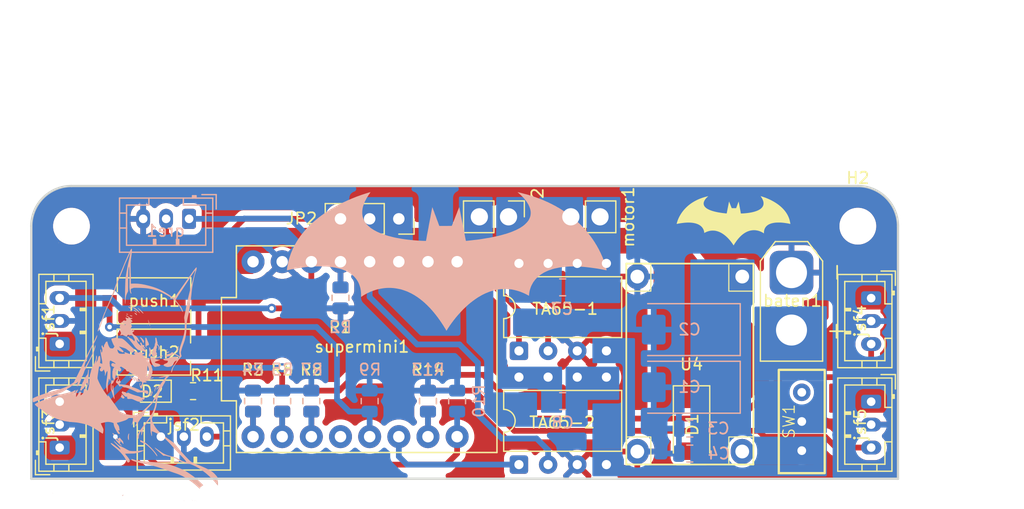
<source format=kicad_pcb>
(kicad_pcb (version 20241229) (generator "pcbnew") (generator_version "9.0")
  (layers (0 "F.Cu" signal) (4 "In1.Cu" signal) (6 "In2.Cu" signal) (2 "B.Cu" signal) (13 "F.Paste" user) (15 "B.Paste" user) (5 "F.SilkS" user "F.Silkscreen") (7 "B.SilkS" user "B.Silkscreen") (1 "F.Mask" user) (3 "B.Mask" user) (25 "Edge.Cuts" user))
  (net 0 "")
  (net 1 "GND")
  (net 2 "batV")
  (net 3 "Net-(motor1-Pin_2)")
  (net 4 "Net-(motor1-Pin_1)")
  (net 5 "Net-(motor2-Pin_1)")
  (net 6 "Net-(motor2-Pin_2)")
  (net 7 "+5V")
  (net 8 "Net-(D2-K)")
  (net 9 "pin0")
  (net 10 "Net-(JP2-A)")
  (net 11 "piso")
  (net 12 "Net-(jsf1-Pin_3)")
  (net 13 "Net-(jsf2-Pin_3)")
  (net 14 "Net-(jsf3-Pin_3)")
  (net 15 "Net-(jsf4-Pin_3)")
  (net 16 "Net-(jsf5-Pin_3)")
  (net 17 "+3V3")
  (net 18 "pin1")
  (net 19 "jsf1")
  (net 20 "jsf2")
  (net 21 "jsf3")
  (net 22 "jsf4")
  (net 23 "jsf5")
  (net 24 "Bmotor1")
  (net 25 "Bmotor2")
  (net 26 "Fmotor2")
  (net 28 "Fmotor1")
  (net 30 "Net-(SW1A-B)")
  (net 31 "Net-(D1-A)")
  (footprint "MixLib:MODULE_ESP32-C3_SUPERMINI" (layer "F.Cu") (at 372.7136 -75.2856 90)
    (property "Reference" "supermini1" (at 0.2144 -0.4136 180) (layer "F.SilkS"))
    (property "Value" "ESP32-C3_SUPERMINI")
    (pad "0" thru_hole circle (at 7.62 7.88 90) (size 2 2) (drill 1) (layers "F&B.Cu" "*.Mask") (net 28 "Fmotor1"))
    (pad "1" thru_hole circle (at 7.62 5.34 90) (size 2 2) (drill 1) (layers "F&B.Cu" "*.Mask") (net 24 "Bmotor1"))
    (pad "2" thru_hole circle (at 7.62 2.8 90) (size 2 2) (drill 1) (layers "F&B.Cu" "*.Mask") (net 10 "Net-(JP2-A)"))
    (pad "3" thru_hole circle (at 7.62 0.26 90) (size 2 2) (drill 1) (layers "F&B.Cu" "*.Mask") (net 26 "Fmotor2"))
    (pad "3.3" thru_hole circle (at 7.62 -4.82 90) (size 2 2) (drill 1) (layers "F&B.Cu" "*.Mask") (net 17 "+3V3"))
    (pad "4" thru_hole circle (at 7.62 -2.28 90) (size 2 2) (drill 1) (layers "F&B.Cu" "*.Mask") (net 19 "jsf1"))
    (pad "5" thru_hole circle (at -7.62 -9.9 90) (size 2 2) (drill 1) (layers "F&B.Cu" "*.Mask") (net 20 "jsf2"))
    (pad "5V" thru_hole circle (at 7.62 -9.9 90) (size 2 2) (drill 1) (layers "F&B.Cu" "*.Mask") (net 7 "+5V"))
    (pad "6" thru_hole circle (at -7.62 -7.36 90) (size 2 2) (drill 1) (layers "F&B.Cu" "*.Mask") (net 21 "jsf3"))
    (pad "7" thru_hole circle (at -7.62 -4.82 90) (size 2 2) (drill 1) (layers "F&B.Cu" "*.Mask") (net 22 "jsf4"))
    (pad "8" thru_hole circle (at -7.62 -2.28 90) (size 2 2) (drill 1) (layers "F&B.Cu" "*.Mask"))
    (pad "9" thru_hole circle (at -7.62 0.26 90) (size 2 2) (drill 1) (layers "F&B.Cu" "*.Mask") (net 18 "pin1"))
    (pad "10" thru_hole circle (at -7.62 2.8 90) (size 2 2) (drill 1) (layers "F&B.Cu" "*.Mask") (net 25 "Bmotor2"))
    (pad "20" thru_hole circle (at -7.62 5.34 90) (size 2 2) (drill 1) (layers "F&B.Cu" "*.Mask") (net 23 "jsf5"))
    (pad "21" thru_hole circle (at -7.62 7.88 90) (size 2 2) (drill 1) (layers "F&B.Cu" "*.Mask") (net 9 "pin0"))
    (pad "G" thru_hole circle (at 7.62 -7.36 90) (size 2 2) (drill 1) (layers "F&B.Cu" "*.Mask") (net 1 "GND"))
  )
  (footprint "Package_DIP:DIP-8_W7.62mm" (layer "F.Cu") (at 385.9784 -75.1382 90)
    (property "Reference" "TA65-1" (at 3.6618 4.0216 0) (layer "F.SilkS"))
    (property "Value" "TA6586")
    (pad "1" thru_hole roundrect (at 0 0 90) (size 1.6 1.6) (drill 0.8) (layers "F&B.Cu" "*.Mask") (roundrect_rratio 0.15625) (net 24 "Bmotor1"))
    (pad "2" thru_hole circle (at 0 2.54 90) (size 1.6 1.6) (drill 0.8) (layers "F&B.Cu" "*.Mask") (net 28 "Fmotor1"))
    (pad "3" thru_hole circle (at 0 5.08 90) (size 1.6 1.6) (drill 0.8) (layers "F&B.Cu" "*.Mask") (net 1 "GND"))
    (pad "4" thru_hole circle (at 0 7.62 90) (size 1.6 1.6) (drill 0.8) (layers "F&B.Cu" "*.Mask") (net 2 "batV"))
    (pad "5" thru_hole circle (at 7.62 7.62 90) (size 1.6 1.6) (drill 0.8) (layers "F&B.Cu" "*.Mask") (net 3 "Net-(motor1-Pin_2)"))
    (pad "6" thru_hole circle (at 7.62 5.08 90) (size 1.6 1.6) (drill 0.8) (layers "F&B.Cu" "*.Mask") (net 3 "Net-(motor1-Pin_2)"))
    (pad "7" thru_hole circle (at 7.62 2.54 90) (size 1.6 1.6) (drill 0.8) (layers "F&B.Cu" "*.Mask") (net 4 "Net-(motor1-Pin_1)"))
    (pad "8" thru_hole circle (at 7.62 0 90) (size 1.6 1.6) (drill 0.8) (layers "F&B.Cu" "*.Mask") (net 4 "Net-(motor1-Pin_1)"))
  )
  (footprint "MixLib:SW_Slide-03_P2.54_L9_W4_H7" (layer "F.Cu") (at 410.6164 -68.9864 90)
    (property "Reference" "SW1" (at 0.0136 -1.1164 90) (layer "F.SilkS") (effects (font (thickness 0.1))))
    (property "Value" "SW_DPDT_x2" (hide yes))
    (pad "1" thru_hole circle (at -2.54 0 90) (size 1.524 1.524) (drill 0.762) (layers "*.Cu" "*.Mask") (net 2 "batV"))
    (pad "2" thru_hole circle (at 0 0 90) (size 1.524 1.524) (drill 0.762) (layers "*.Cu" "*.Mask") (net 30 "Net-(SW1A-B)"))
    (pad "3" thru_hole circle (at 2.54 0 90) (size 1.524 1.524) (drill 0.762) (layers "*.Cu" "*.Mask"))
  )
  (footprint "Resistor_SMD:R_0805_2012Metric" (layer "F.Cu") (at 365.3536 -70.7663 -90)
    (property "Reference" "R6" (at -2.7337 0 180) (layer "F.SilkS"))
    (property "Value" "2k")
    (pad "1" smd roundrect (at -0.9125 0 270) (size 1.025 1.4) (layers "F.Cu" "F.Mask" "F.Paste") (roundrect_rratio 0.243902) (net 14 "Net-(jsf3-Pin_3)"))
    (pad "2" smd roundrect (at 0.9125 0 270) (size 1.025 1.4) (layers "F.Cu" "F.Mask" "F.Paste") (roundrect_rratio 0.243902) (net 21 "jsf3"))
  )
  (footprint "Connector_PinHeader_2.54mm:PinHeader_1x02_P2.54mm_Vertical" (layer "F.Cu") (at 385.069 -86.8172 -90)
    (property "Reference" "motor2" (at 0.1172 -2.531 90) (layer "F.SilkS"))
    (property "Value" "~")
    (pad "1" thru_hole circle (at 0 0 270) (size 2 2) (drill 1.5) (layers "*.Cu" "*.Mask") (net 5 "Net-(motor2-Pin_1)"))
    (pad "2" thru_hole circle (at 0 2.54 270) (size 2 2) (drill 1.5) (layers "*.Cu" "*.Mask") (net 6 "Net-(motor2-Pin_2)"))
  )
  (footprint "icon huellas:logobatmanchiquito" (layer "F.Cu") (at 404.6728 -86.4616)
    (property "Reference" "G***" (hide yes))
    (property "Value" "LOGO" (hide yes))
  )
  (footprint "Package_DIP:DIP-8_W7.62mm" (layer "F.Cu") (at 385.9784 -65.2322 90)
    (property "Reference" "TA65-2" (at 3.6678 3.7592 180) (layer "F.SilkS"))
    (property "Value" "TA6586")
    (pad "1" thru_hole roundrect (at 0 0 90) (size 1.6 1.6) (drill 0.8) (layers "F&B.Cu" "*.Mask") (roundrect_rratio 0.15625) (net 25 "Bmotor2"))
    (pad "2" thru_hole circle (at 0 2.54 90) (size 1.6 1.6) (drill 0.8) (layers "F&B.Cu" "*.Mask") (net 26 "Fmotor2"))
    (pad "3" thru_hole circle (at 0 5.08 90) (size 1.6 1.6) (drill 0.8) (layers "F&B.Cu" "*.Mask") (net 1 "GND"))
    (pad "4" thru_hole circle (at 0 7.62 90) (size 1.6 1.6) (drill 0.8) (layers "F&B.Cu" "*.Mask") (net 2 "batV"))
    (pad "5" thru_hole circle (at 7.62 7.62 90) (size 1.6 1.6) (drill 0.8) (layers "F&B.Cu" "*.Mask") (net 6 "Net-(motor2-Pin_2)"))
    (pad "6" thru_hole circle (at 7.62 5.08 90) (size 1.6 1.6) (drill 0.8) (layers "F&B.Cu" "*.Mask") (net 6 "Net-(motor2-Pin_2)"))
    (pad "7" thru_hole circle (at 7.62 2.54 90) (size 1.6 1.6) (drill 0.8) (layers "F&B.Cu" "*.Mask") (net 5 "Net-(motor2-Pin_1)"))
    (pad "8" thru_hole circle (at 7.62 0 90) (size 1.6 1.6) (drill 0.8) (layers "F&B.Cu" "*.Mask") (net 5 "Net-(motor2-Pin_1)"))
  )
  (footprint "Connector_AMASS:AMASS_XT30U-M_1x02_P5.0mm_Vertical" (layer "F.Cu") (at 409.722 -81.9518 -90)
    (property "Reference" "baten1" (at 2.4518 -0.078 180) (layer "F.SilkS"))
    (property "Value" "~")
    (fp_text user "+" (at 5.1016 -3.81 90) (layer "F.SilkS") (effects (font (size 1.5 1.5))))
    (fp_text user "-" (at -0.0292 -3.8608 90) (layer "F.SilkS") (effects (font (size 1.5 1.5))))
    (pad "1" thru_hole roundrect (at 0 0 270) (size 3.8 3.8) (drill 2.7) (layers "F&B.Cu" "*.Mask") (roundrect_rratio 0.2) (net 1 "GND"))
    (pad "2" thru_hole circle (at 5 0 270) (size 3.8 3.8) (drill 2.7) (layers "F&B.Cu" "*.Mask") (net 30 "Net-(SW1A-B)"))
  )
  (footprint "Resistor_SMD:R_0805_2012Metric" (layer "F.Cu") (at 378.0536 -70.7625 -90)
    (property "Reference" "R14" (at -2.7375 0 0) (layer "F.SilkS"))
    (property "Value" "2k")
    (pad "1" smd roundrect (at -0.9125 0 270) (size 1.025 1.4) (layers "F.Cu" "F.Mask" "F.Paste") (roundrect_rratio 0.243902) (net 16 "Net-(jsf5-Pin_3)"))
    (pad "2" smd roundrect (at 0.9125 0 270) (size 1.025 1.4) (layers "F.Cu" "F.Mask" "F.Paste") (roundrect_rratio 0.243902) (net 23 "jsf5"))
  )
  (footprint "MountingHole:MountingHole_3.2mm_M3" (layer "F.Cu") (at 347 -86)
    (property "Reference" "H1" (at 0.254 0 0) (layer "F.SilkS"))
    (property "Value" "MountingHole")
    (pad "" np_thru_hole circle (at 0 0) (size 3.2 3.2) (drill 3.2) (layers "*.Cu" "*.Mask"))
  )
  (footprint "Resistor_SMD:R_0805_2012Metric" (layer "F.Cu") (at 370.4336 -79.7579 90)
    (property "Reference" "R1" (at -2.5579 -0.0336 0) (layer "F.SilkS"))
    (property "Value" "1k")
    (pad "1" smd roundrect (at -0.9125 0 90) (size 1.025 1.4) (layers "F.Cu" "F.Mask" "F.Paste") (roundrect_rratio 0.243902) (net 12 "Net-(jsf1-Pin_3)"))
    (pad "2" smd roundrect (at 0.9125 0 90) (size 1.025 1.4) (layers "F.Cu" "F.Mask" "F.Paste") (roundrect_rratio 0.243902) (net 19 "jsf1"))
  )
  (footprint "Resistor_SMD:R_0805_2012Metric" (layer "F.Cu") (at 367.8936 -70.7625 -90)
    (property "Reference" "R8" (at -2.7375 0 180) (layer "F.SilkS"))
    (property "Value" "2k")
    (pad "1" smd roundrect (at -0.9125 0 270) (size 1.025 1.4) (layers "F.Cu" "F.Mask" "F.Paste") (roundrect_rratio 0.243902) (net 15 "Net-(jsf4-Pin_3)"))
    (pad "2" smd roundrect (at 0.9125 0 270) (size 1.025 1.4) (layers "F.Cu" "F.Mask" "F.Paste") (roundrect_rratio 0.243902) (net 22 "jsf4"))
  )
  (footprint "MixLib:Mini360_step-down" (layer "F.Cu") (at 400.8608 -73.9902 -90)
    (property "Reference" "U4" (at 0.0254 -0.1544 180) (layer "F.SilkS"))
    (property "Value" "mini360")
    (pad "1" thru_hole oval (at -7.62 -4.57 270) (size 2.2 2) (drill 1.2) (layers "F&B.Cu" "*.Mask") (net 2 "batV"))
    (pad "2" thru_hole oval (at -7.62 4.57 270) (size 2.2 2) (drill 1.2) (layers "F&B.Cu" "*.Mask") (net 1 "GND"))
    (pad "2" thru_hole oval (at 7.62 4.57 270) (size 2.2 2) (drill 1.2) (layers "F&B.Cu" "*.Mask") (net 1 "GND"))
    (pad "3" thru_hole oval (at 7.62 -4.57 270) (size 2.2 2) (drill 1.2) (layers "F&B.Cu" "*.Mask") (net 31 "Net-(D1-A)"))
  )
  (footprint "Connector_PinSocket_2.54mm:PinSocket_1x03_P2.54mm_Vertical" (layer "F.Cu") (at 375.5136 -86.6398 -90)
    (property "Reference" "JP2" (at -0.025 8.4836 180) (layer "F.SilkS"))
    (property "Value" "~")
    (pad "1" thru_hole rect (at 0 0 270) (size 1.7 1.7) (drill 1) (layers "F&B.Cu" "*.Mask") (net 10 "Net-(JP2-A)"))
    (pad "2" thru_hole circle (at 0 2.54 270) (size 1.7 1.7) (drill 1) (layers "F&B.Cu" "*.Mask") (net 10 "Net-(JP2-A)"))
    (pad "3" thru_hole circle (at 0 5.08 270) (size 1.7 1.7) (drill 1) (layers "F&B.Cu" "*.Mask") (net 11 "piso"))
  )
  (footprint "Connector_PinHeader_2.54mm:PinHeader_1x02_P2.54mm_Vertical" (layer "F.Cu") (at 390.4996 -86.8172 90)
    (property "Reference" "motor1" (at -0.0172 5.0004 90) (layer "F.SilkS"))
    (property "Value" "~")
    (pad "1" thru_hole circle (at 0 0 90) (size 2 2) (drill 1.5) (layers "*.Cu" "*.Mask") (net 4 "Net-(motor1-Pin_1)"))
    (pad "2" thru_hole circle (at 0 2.54 90) (size 2 2) (drill 1.5) (layers "*.Cu" "*.Mask") (net 3 "Net-(motor1-Pin_2)"))
  )
  (footprint "Diode_SMD:D_2010_5025Metric_Pad1.52x2.65mm_HandSolder" (layer "F.Cu") (at 401.0152 -68.7331 -90)
    (property "Reference" "D1" (at 0.0167 -0.0708 90) (layer "F.SilkS"))
    (property "Value" "~")
    (pad "1" smd roundrect (at -2.3375 0 270) (size 1.525 2.65) (layers "F.Cu" "F.Mask" "F.Paste") (roundrect_rratio 0.163934) (net 7 "+5V"))
    (pad "2" smd roundrect (at 2.3375 0 270) (size 1.525 2.65) (layers "F.Cu" "F.Mask" "F.Paste") (roundrect_rratio 0.163934) (net 31 "Net-(D1-A)"))
  )
  (footprint "LED_SMD:LED_0805_2012Metric" (layer "F.Cu") (at 354.0021 -71.628 180)
    (property "Reference" "D2" (at -0.0231 -0.028 180) (layer "F.SilkS"))
    (property "Value" "LED")
    (pad "1" smd roundrect (at -0.9375 0 180) (size 0.975 1.4) (layers "F.Cu" "F.Mask" "F.Paste") (net 8 "Net-(D2-K)"))
    (pad "2" smd roundrect (at 0.9375 0 180) (size 0.975 1.4) (layers "F.Cu" "F.Mask" "F.Paste") (net 9 "pin0"))
  )
  (footprint "Button_Switch_SMD:SW_Tactile_SPST_NO_Straight_CK_PTS636Sx25SMTRLFS" (layer "F.Cu") (at 354.1918 -79.502 180)
    (property "Reference" "push1" (at -0.0224 -0.002 0) (layer "F.SilkS"))
    (property "Value" "~")
    (pad "1" smd rect (at -3.875 0 180) (size 1.25 1) (layers "F.Cu" "F.Mask" "F.Paste") (net 17 "+3V3"))
    (pad "2" smd rect (at 3.875 0 180) (size 1.25 1) (layers "F.Cu" "F.Mask" "F.Paste") (net 18 "pin1"))
  )
  (footprint "Resistor_SMD:R_0805_2012Metric" (layer "F.Cu") (at 357.5904 -71.628)
    (property "Reference" "R11" (at 1.21 -1.3716 0) (layer "F.SilkS"))
    (property "Value" "220")
    (pad "1" smd roundrect (at -0.9125 0) (size 1.025 1.4) (layers "F.Cu" "F.Mask" "F.Paste") (roundrect_rratio 0.243902) (net 8 "Net-(D2-K)"))
    (pad "2" smd roundrect (at 0.9125 0) (size 1.025 1.4) (layers "F.Cu" "F.Mask" "F.Paste") (roundrect_rratio 0.243902) (net 1 "GND"))
  )
  (footprint "MountingHole:MountingHole_3.2mm_M3" (layer "F.Cu") (at 415.5 -86)
    (property "Reference" "H2" (at 0 -4.2 0) (layer "F.SilkS"))
    (property "Value" "MountingHole")
    (pad "" np_thru_hole circle (at 0 0) (size 3.2 3.2) (drill 3.2) (layers "*.Cu" "*.Mask"))
  )
  (footprint "Connector_JST:JST_PH_B3B-PH-K_1x03_P2.00mm_Vertical" (layer "F.Cu") (at 416.6616 -79.7326 -90)
    (property "Reference" "jsf4" (at 2 0.9616 90) (layer "F.SilkS"))
    (property "Value" "~")
    (pad "1" thru_hole roundrect (at 0 0 270) (size 1.2 1.75) (drill 0.75) (layers "*.Cu" "*.Mask") (roundrect_rratio 0.208333) (net 7 "+5V"))
    (pad "2" thru_hole oval (at 2 0 270) (size 1.2 1.75) (drill 0.75) (layers "*.Cu" "*.Mask") (net 1 "GND"))
    (pad "3" thru_hole oval (at 4 0 270) (size 1.2 1.75) (drill 0.75) (layers "*.Cu" "*.Mask") (net 15 "Net-(jsf4-Pin_3)"))
  )
  (footprint "Connector_JST:JST_PH_B3B-PH-K_1x03_P2.00mm_Vertical" (layer "F.Cu") (at 354.7872 -67.6656)
    (property "Reference" "jsf2" (at 2 -1.0344 0) (layer "F.SilkS"))
    (property "Value" "~")
    (pad "1" thru_hole roundrect (at 0 0) (size 1.2 1.75) (drill 0.75) (layers "*.Cu" "*.Mask") (roundrect_rratio 0.208333) (net 7 "+5V"))
    (pad "2" thru_hole oval (at 2 0) (size 1.2 1.75) (drill 0.75) (layers "*.Cu" "*.Mask") (net 1 "GND"))
    (pad "3" thru_hole oval (at 4 0) (size 1.2 1.75) (drill 0.75) (layers "*.Cu" "*.Mask") (net 13 "Net-(jsf2-Pin_3)"))
  )
  (footprint "Connector_JST:JST_PH_B3B-PH-K_1x03_P2.00mm_Vertical" (layer "F.Cu") (at 416.6616 -70.7136 -90)
    (property "Reference" "jsf5" (at 2 0.9616 90) (layer "F.SilkS"))
    (property "Value" "~")
    (pad "1" thru_hole roundrect (at 0 0 270) (size 1.2 1.75) (drill 0.75) (layers "*.Cu" "*.Mask") (roundrect_rratio 0.208333) (net 7 "+5V"))
    (pad "2" thru_hole oval (at 2 0 270) (size 1.2 1.75) (drill 0.75) (layers "*.Cu" "*.Mask") (net 1 "GND"))
    (pad "3" thru_hole oval (at 4 0 270) (size 1.2 1.75) (drill 0.75) (layers "*.Cu" "*.Mask") (net 16 "Net-(jsf5-Pin_3)"))
  )
  (footprint "Button_Switch_SMD:SW_Tactile_SPST_NO_Straight_CK_PTS636Sx25SMTRLFS" (layer "F.Cu") (at 354.175 -75.0316 180)
    (property "Reference" "push2" (at 0 -0.0316 0) (layer "F.SilkS"))
    (property "Value" "~")
    (pad "1" smd rect (at -3.875 0 180) (size 1.25 1) (layers "F.Cu" "F.Mask" "F.Paste") (net 17 "+3V3"))
    (pad "2" smd rect (at 3.875 0 180) (size 1.25 1) (layers "F.Cu" "F.Mask" "F.Paste") (net 9 "pin0"))
  )
  (footprint "Resistor_SMD:R_0805_2012Metric" (layer "F.Cu") (at 362.8136 -70.7625 -90)
    (property "Reference" "R3" (at -2.7375 0 0) (layer "F.SilkS"))
    (property "Value" "1k")
    (pad "1" smd roundrect (at -0.9125 0 270) (size 1.025 1.4) (layers "F.Cu" "F.Mask" "F.Paste") (roundrect_rratio 0.243902) (net 13 "Net-(jsf2-Pin_3)"))
    (pad "2" smd roundrect (at 0.9125 0 270) (size 1.025 1.4) (layers "F.Cu" "F.Mask" "F.Paste") (roundrect_rratio 0.243902) (net 20 "jsf2"))
  )
  (footprint "Connector_JST:JST_PH_B3B-PH-K_1x03_P2.00mm_Vertical" (layer "F.Cu") (at 345.968 -75.744971 90)
    (property "Reference" "jsf1" (at 2.055029 -0.968 90) (layer "F.SilkS"))
    (property "Value" "~")
    (pad "1" thru_hole roundrect (at 0 0 90) (size 1.2 1.75) (drill 0.75) (layers "*.Cu" "*.Mask") (roundrect_rratio 0.208333) (net 7 "+5V"))
    (pad "2" thru_hole oval (at 2 0 90) (size 1.2 1.75) (drill 0.75) (layers "*.Cu" "*.Mask") (net 1 "GND"))
    (pad "3" thru_hole oval (at 4 0 90) (size 1.2 1.75) (drill 0.75) (layers "*.Cu" "*.Mask") (net 12 "Net-(jsf1-Pin_3)"))
  )
  (footprint "Connector_JST:JST_PH_B3B-PH-K_1x03_P2.00mm_Vertical" (layer "F.Cu") (at 345.968 -66.7136 90)
    (property "Reference" "jsf3" (at 2 -0.968 90) (layer "F.SilkS"))
    (property "Value" "~")
    (pad "1" thru_hole roundrect (at 0 0 90) (size 1.2 1.75) (drill 0.75) (layers "*.Cu" "*.Mask") (roundrect_rratio 0.208333) (net 7 "+5V"))
    (pad "2" thru_hole oval (at 2 0 90) (size 1.2 1.75) (drill 0.75) (layers "*.Cu" "*.Mask") (net 1 "GND"))
    (pad "3" thru_hole oval (at 4 0 90) (size 1.2 1.75) (drill 0.75) (layers "*.Cu" "*.Mask") (net 14 "Net-(jsf3-Pin_3)"))
  )
  (footprint "icon huellas:logobatmandefini" (layer "B.Cu") (at 379.6792 -82.9056 180)
    (property "Reference" "G***" (at 0 0 0) (layer "B.SilkS") (effects (font (size 1.5 1.5) (thickness 0.3)) (justify mirror)))
    (property "Value" "LOGO" (hide yes))
  )
  (footprint "Resistor_SMD:R_0805_2012Metric" (layer "B.Cu") (at 372.9736 -70.7625 90)
    (property "Reference" "R9" (at 2.7375 0.0264 180) (layer "B.SilkS") (effects (justify mirror)))
    (property "Value" "10k")
    (pad "1" smd roundrect (at -0.9125 0 90) (size 1.025 1.4) (layers "B.Cu" "B.Mask" "B.Paste") (roundrect_rratio 0.243902) (net 18 "pin1"))
    (pad "2" smd roundrect (at 0.9125 0 90) (size 1.025 1.4) (layers "B.Cu" "B.Mask" "B.Paste") (roundrect_rratio 0.243902) (net 1 "GND"))
  )
  (footprint "Resistor_SMD:R_0805_2012Metric" (layer "B.Cu") (at 380.5936 -70.7625 90)
    (property "Reference" "R10" (at 0.0019 1.9064 90) (layer "B.SilkS") (effects (justify mirror)))
    (property "Value" "10k")
    (pad "1" smd roundrect (at -0.9125 0 90) (size 1.025 1.4) (layers "B.Cu" "B.Mask" "B.Paste") (roundrect_rratio 0.243902) (net 9 "pin0"))
    (pad "2" smd roundrect (at 0.9125 0 90) (size 1.025 1.4) (layers "B.Cu" "B.Mask" "B.Paste") (roundrect_rratio 0.243902) (net 1 "GND"))
  )
  (footprint "Capacitor_SMD:C_0805_2012Metric" (layer "B.Cu") (at 400.8608 -68.3716)
    (property "Reference" "C3" (at 2.4912 -0.0052 180) (layer "B.SilkS") (effects (justify mirror)))
    (property "Value" "104")
    (pad "1" smd roundrect (at -0.95 0) (size 1 1.45) (layers "B.Cu" "B.Mask" "B.Paste") (net 1 "GND"))
    (pad "2" smd roundrect (at 0.95 0) (size 1 1.45) (layers "B.Cu" "B.Mask" "B.Paste") (net 2 "batV"))
  )
  (footprint "icon huellas:batman costado chico" (layer "B.Cu") (at 351.7196 -73.3188 180)
    (property "Reference" "G***" (at 0 0 0) (layer "B.SilkS") (effects (font (size 1.5 1.5) (thickness 0.3)) (justify mirror)))
    (property "Value" "LOGO" (hide yes))
  )
  (footprint "Connector_JST:JST_PH_B3B-PH-K_1x03_P2.00mm_Vertical" (layer "B.Cu") (at 357.2444 -86.6398 180)
    (property "Reference" "qre1" (at 2.0444 -1.0398 180) (layer "B.SilkS") (effects (justify mirror)))
    (property "Value" "~")
    (pad "1" thru_hole roundrect (at 0 0 180) (size 1.2 1.75) (drill 0.75) (layers "*.Cu" "*.Mask") (roundrect_rratio 0.208333) (net 17 "+3V3"))
    (pad "2" thru_hole oval (at 2 0 180) (size 1.2 1.75) (drill 0.75) (layers "*.Cu" "*.Mask") (net 11 "piso"))
    (pad "3" thru_hole oval (at 4 0 180) (size 1.2 1.75) (drill 0.75) (layers "*.Cu" "*.Mask") (net 1 "GND"))
  )
  (footprint "Resistor_SMD:R_0805_2012Metric" (layer "B.Cu") (at 362.8136 -70.7625 90)
    (property "Reference" "R4" (at 2.7375 0 180) (layer "B.SilkS") (effects (justify mirror)))
    (property "Value" "2k")
    (pad "1" smd roundrect (at -0.9125 0 90) (size 1.025 1.4) (layers "B.Cu" "B.Mask" "B.Paste") (roundrect_rratio 0.243902) (net 20 "jsf2"))
    (pad "2" smd roundrect (at 0.9125 0 90) (size 1.025 1.4) (layers "B.Cu" "B.Mask" "B.Paste") (roundrect_rratio 0.243902) (net 1 "GND"))
  )
  (footprint "Capacitor_SMD:C_0805_2012Metric" (layer "B.Cu") (at 400.8608 -66.1924)
    (property "Reference" "C4" (at 2.542 0 180) (layer "B.SilkS") (effects (justify mirror)))
    (property "Value" "104")
    (pad "1" smd roundrect (at -0.95 0) (size 1 1.45) (layers "B.Cu" "B.Mask" "B.Paste") (net 1 "GND"))
    (pad "2" smd roundrect (at 0.95 0) (size 1 1.45) (layers "B.Cu" "B.Mask" "B.Paste") (net 2 "batV"))
  )
  (footprint "Resistor_SMD:R_0805_2012Metric" (layer "B.Cu") (at 367.8936 -70.7625 90)
    (property "Reference" "R7" (at 2.7375 0.0508 0) (layer "B.SilkS") (effects (justify mirror)))
    (property "Value" "1k")
    (pad "1" smd roundrect (at -0.9125 0 90) (size 1.025 1.4) (layers "B.Cu" "B.Mask" "B.Paste") (roundrect_rratio 0.243902) (net 22 "jsf4"))
    (pad "2" smd roundrect (at 0.9125 0 90) (size 1.025 1.4) (layers "B.Cu" "B.Mask" "B.Paste") (roundrect_rratio 0.243902) (net 1 "GND"))
  )
  (footprint "Capacitor_Tantalum_SMD:CP_EIA-7343-43_Kemet-X" (layer "B.Cu") (at 400.8408 -76.99 180)
    (property "Reference" "C2" (at 0 0.01 0) (layer "B.SilkS") (effects (justify mirror)))
    (property "Value" "470uF")
    (pad "1" smd roundrect (at -3.12 0 180) (size 2.07 2.59) (layers "B.Cu" "B.Mask" "B.Paste") (roundrect_rratio 0.120773) (net 2 "batV"))
    (pad "2" smd roundrect (at 3.12 0 180) (size 2.07 2.59) (layers "B.Cu" "B.Mask" "B.Paste") (roundrect_rratio 0.120773) (net 1 "GND"))
  )
  (footprint "Resistor_SMD:R_0805_2012Metric" (layer "B.Cu") (at 365.3536 -70.7625 90)
    (property "Reference" "R5" (at 2.7375 0 180) (layer "B.SilkS") (effects (justify mirror)))
    (property "Value" "1k")
    (pad "1" smd roundrect (at -0.9125 0 90) (size 1.025 1.4) (layers "B.Cu" "B.Mask" "B.Paste") (roundrect_rratio 0.243902) (net 21 "jsf3"))
    (pad "2" smd roundrect (at 0.9125 0 90) (size 1.025 1.4) (layers "B.Cu" "B.Mask" "B.Paste") (roundrect_rratio 0.243902) (net 1 "GND"))
  )
  (footprint "Capacitor_SMD:C_0805_2012Metric" (layer "B.Cu") (at 389.7884 -70.7644)
    (property "Reference" "C8" (at 0 1.8796 0) (layer "B.SilkS") (effects (justify mirror)))
    (property "Value" "104")
    (pad "1" smd roundrect (at -0.95 0) (size 1 1.45) (layers "B.Cu" "B.Mask" "B.Paste") (net 5 "Net-(motor2-Pin_1)"))
    (pad "2" smd roundrect (at 0.95 0) (size 1 1.45) (layers "B.Cu" "B.Mask" "B.Paste") (net 6 "Net-(motor2-Pin_2)"))
  )
  (footprint "Resistor_SMD:R_0805_2012Metric" (layer "B.Cu") (at 378.0536 -70.7625 90)
    (property "Reference" "R13" (at 2.7375 0 0) (layer "B.SilkS") (effects (justify mirror)))
    (property "Value" "1k")
    (pad "1" smd roundrect (at -0.9125 0 90) (size 1.025 1.4) (layers "B.Cu" "B.Mask" "B.Paste") (roundrect_rratio 0.243902) (net 23 "jsf5"))
    (pad "2" smd roundrect (at 0.9125 0 90) (size 1.025 1.4) (layers "B.Cu" "B.Mask" "B.Paste") (roundrect_rratio 0.243902) (net 1 "GND"))
  )
  (footprint "Resistor_SMD:R_0805_2012Metric" (layer "B.Cu") (at 370.4336 -79.7579 -90)
    (property "Reference" "R2" (at 2.5419 0 0) (layer "B.SilkS") (effects (justify mirror)))
    (property "Value" "2k")
    (pad "1" smd roundrect (at -0.9125 0 270) (size 1.025 1.4) (layers "B.Cu" "B.Mask" "B.Paste") (roundrect_rratio 0.243902) (net 19 "jsf1"))
    (pad "2" smd roundrect (at 0.9125 0 270) (size 1.025 1.4) (layers "B.Cu" "B.Mask" "B.Paste") (roundrect_rratio 0.243902) (net 1 "GND"))
  )
  (footprint "Capacitor_Tantalum_SMD:CP_EIA-7343-43_Kemet-X" (layer "B.Cu") (at 400.8408 -71.9708 180)
    (property "Reference" "C1" (at 0 0.0292 0) (layer "B.SilkS") (effects (justify mirror)))
    (property "Value" "470uF")
    (pad "1" smd roundrect (at -3.12 0 180) (size 2.07 2.59) (layers "B.Cu" "B.Mask" "B.Paste") (roundrect_rratio 0.120773) (net 2 "batV"))
    (pad "2" smd roundrect (at 3.12 0 180) (size 2.07 2.59) (layers "B.Cu" "B.Mask" "B.Paste") (roundrect_rratio 0.120773) (net 1 "GND"))
  )
  (footprint "Capacitor_SMD:C_0805_2012Metric" (layer "B.Cu") (at 389.7884 -80.6704)
    (property "Reference" "C7" (at -0.0508 1.8796 0) (layer "B.SilkS") (effects (justify mirror)))
    (property "Value" "104")
    (pad "1" smd roundrect (at -0.95 0) (size 1 1.45) (layers "B.Cu" "B.Mask" "B.Paste") (net 4 "Net-(motor1-Pin_1)"))
    (pad "2" smd roundrect (at 0.95 0) (size 1 1.45) (layers "B.Cu" "B.Mask" "B.Paste") (net 3 "Net-(motor1-Pin_2)"))
  )
  (gr_line (start 343.5 -64) (end 419 -64) (stroke (width 0.2)) (layer "Edge.Cuts"))
  (gr_line (start 343.5 -64) (end 343.5 -86) (stroke (width 0.2)) (layer "Edge.Cuts"))
  (gr_line (start 415.5 -89.5) (end 347 -89.5) (stroke (width 0.2)) (layer "Edge.Cuts"))
  (gr_arc (start 415.5 -89.5) (mid 417.974874 -88.474874) (end 419 -86) (stroke (width 0.2)) (layer "Edge.Cuts"))
  (gr_line (start 419 -86) (end 419 -64) (stroke (width 0.2)) (layer "Edge.Cuts"))
  (gr_arc (start 343.5 -86) (mid 344.525126 -88.474874) (end 347 -89.5) (stroke (width 0.2)) (layer "Edge.Cuts"))
  (via (at 350.8248 -67.6656) (size 0.8) (drill 0.4) (layers "F.Cu" "B.Cu") (net 7))
  (segment (start 354.9396 -71.628) (end 356.6779 -71.628) (width 0.5) (layer "F.Cu") (net 8))
  (segment (start 379.6284 -65.2272) (end 354.39 -65.2272) (width 0.5) (layer "F.Cu") (net 9))
  (segment (start 380.5936 -66.1924) (end 379.6284 -65.2272) (width 0.5) (layer "F.Cu") (net 9))
  (segment (start 353.0646 -66.5526) (end 353.0646 -71.628) (width 0.5) (layer "F.Cu") (net 9))
  (segment (start 353.0646 -74.011) (end 352.044 -75.0316) (width 0.5) (layer "F.Cu") (net 9))
  (segment (start 380.5936 -67.6656) (end 380.5936 -66.1924) (width 0.5) (layer "F.Cu") (net 9))
  (segment (start 353.0646 -71.628) (end 353.0646 -74.011) (width 0.5) (layer "F.Cu") (net 9))
  (segment (start 352.044 -75.0316) (end 350.3392 -75.0316) (width 0.5) (layer "F.Cu") (net 9))
  (segment (start 354.39 -65.2272) (end 353.0646 -66.5526) (width 0.5) (layer "F.Cu") (net 9))
  (segment (start 380.5936 -67.6656) (end 380.5936 -69.85) (width 0.5) (layer "B.Cu") (net 9))
  (segment (start 355.2444 -85.344) (end 355.2444 -86.6398) (width 0.5) (layer "F.Cu") (net 11))
  (segment (start 370.4336 -86.6398) (end 362.0266 -86.6398) (width 0.5) (layer "F.Cu") (net 11))
  (segment (start 356.0572 -84.5312) (end 355.2444 -85.344) (width 0.5) (layer "F.Cu") (net 11))
  (segment (start 359.918 -84.5312) (end 356.0572 -84.5312) (width 0.5) (layer "F.Cu") (net 11))
  (segment (start 362.0266 -86.6398) (end 359.918 -84.5312) (width 0.5) (layer "F.Cu") (net 11))
  (segment (start 368.3546 -78.8454) (end 370.4336 -78.8454) (width 0.5) (layer "F.Cu") (net 12))
  (segment (start 364.4392 -78.8416) (end 368.3508 -78.8416) (width 0.5) (layer "F.Cu") (net 12))
  (segment (start 368.3508 -78.8416) (end 368.3546 -78.8454) (width 0.5) (layer "F.Cu") (net 12))
  (via (at 364.4392 -78.8416) (size 0.8) (drill 0.4) (layers "F.Cu" "B.Cu") (net 12))
  (segment (start 351.2584 -78.8416) (end 350.355029 -79.744971) (width 0.5) (layer "B.Cu") (net 12))
  (segment (start 364.4392 -78.8416) (end 351.2584 -78.8416) (width 0.5) (layer "B.Cu") (net 12))
  (segment (start 350.355029 -79.744971) (end 345.968 -79.744971) (width 0.5) (layer "B.Cu") (net 12))
  (segment (start 360.7816 -68.3768) (end 360.7816 -70.993) (width 0.5) (layer "F.Cu") (net 13))
  (segment (start 361.4636 -71.675) (end 362.8136 -71.675) (width 0.5) (layer "F.Cu") (net 13))
  (segment (start 360.0704 -67.6656) (end 360.7816 -68.3768) (width 0.5) (layer "F.Cu") (net 13))
  (segment (start 360.7816 -70.993) (end 361.4636 -71.675) (width 0.5) (layer "F.Cu") (net 13))
  (segment (start 358.7872 -67.6656) (end 360.0704 -67.6656) (width 0.5) (layer "F.Cu") (net 13))
  (segment (start 365.3536 -73.66) (end 365.3536 -71.6788) (width 0.5) (layer "F.Cu") (net 14))
  (via (at 365.3536 -73.66) (size 0.8) (drill 0.4) (layers "F.Cu" "B.Cu") (net 14))
  (segment (start 349.8596 -70.7136) (end 352.806 -73.66) (width 0.5) (layer "B.Cu") (net 14))
  (segment (start 352.806 -73.66) (end 365.3536 -73.66) (width 0.5) (layer "B.Cu") (net 14))
  (segment (start 345.968 -70.7136) (end 349.8596 -70.7136) (width 0.5) (layer "B.Cu") (net 14))
  (segment (start 408.8384 -72.8472) (end 415.036 -72.8472) (width 0.5) (layer "F.Cu") (net 15))
  (segment (start 370.3282 -71.675) (end 371.7036 -73.0504) (width 0.5) (layer "F.Cu") (net 15))
  (segment (start 416.6616 -74.4728) (end 416.6616 -75.7326) (width 0.5) (layer "F.Cu") (net 15))
  (segment (start 405.2316 -69.2404) (end 408.8384 -72.8472) (width 0.5) (layer "F.Cu") (net 15))
  (segment (start 367.8936 -71.675) (end 370.3282 -71.675) (width 0.5) (layer "F.Cu") (net 15))
  (segment (start 382.8796 -73.0504) (end 386.6896 -69.2404) (width 0.5) (layer "F.Cu") (net 15))
  (segment (start 386.6896 -69.2404) (end 405.2316 -69.2404) (width 0.5) (layer "F.Cu") (net 15))
  (segment (start 415.036 -72.8472) (end 416.6616 -74.4728) (width 0.5) (layer "F.Cu") (net 15))
  (segment (start 371.7036 -73.0504) (end 382.8796 -73.0504) (width 0.5) (layer "F.Cu") (net 15))
  (segment (start 413.6004 -66.7136) (end 412.6546 -67.6594) (width 0.5) (layer "F.Cu") (net 16))
  (segment (start 382.0706 -71.675) (end 378.0536 -71.675) (width 0.5) (layer "F.Cu") (net 16))
  (segment (start 407.3714 -67.6594) (end 406.8572 -68.1736) (width 0.5) (layer "F.Cu") (net 16))
  (segment (start 412.6546 -67.6594) (end 407.3714 -67.6594) (width 0.5) (layer "F.Cu") (net 16))
  (segment (start 406.8572 -68.1736) (end 385.572 -68.1736) (width 0.5) (layer "F.Cu") (net 16))
  (segment (start 385.572 -68.1736) (end 382.0706 -71.675) (width 0.5) (layer "F.Cu") (net 16))
  (segment (start 416.6616 -66.7136) (end 413.6004 -66.7136) (width 0.5) (layer "F.Cu") (net 16))
  (segment (start 366.6744 -80.0608) (end 367.8936 -81.28) (width 0.5) (layer "F.Cu") (net 17))
  (segment (start 358.0668 -75.054) (end 358.0892 -75.0316) (width 0.5) (layer "F.Cu") (net 17))
  (segment (start 358.0668 -79.502) (end 358.0668 -75.054) (width 0.5) (layer "F.Cu") (net 17))
  (segment (start 363.2708 -79.502) (end 363.8296 -80.0608) (width 0.5) (layer "F.Cu") (net 17))
  (segment (start 358.0668 -79.502) (end 363.2708 -79.502) (width 0.5) (layer "F.Cu") (net 17))
  (segment (start 363.8296 -80.0608) (end 366.6744 -80.0608) (width 0.5) (layer "F.Cu") (net 17))
  (segment (start 367.8936 -81.28) (end 367.8936 -82.9056) (width 0.5) (layer "F.Cu") (net 17))
  (segment (start 366.0648 -86.6648) (end 362.0516 -86.6648) (width 0.5) (layer "B.Cu") (net 17))
  (segment (start 367.8936 -84.836) (end 366.0648 -86.6648) (width 0.5) (layer "B.Cu") (net 17))
  (segment (start 367.8936 -82.9056) (end 367.8936 -84.836) (width 0.5) (layer "B.Cu") (net 17))
  (segment (start 362.0266 -86.6398) (end 357.2444 -86.6398) (width 0.5) (layer "B.Cu") (net 17))
  (segment (start 362.0516 -86.6648) (end 362.0266 -86.6398) (width 0.5) (layer "B.Cu") (net 17))
  (segment (start 350.3168 -77.216) (end 350.3168 -79.502) (width 0.5) (layer "F.Cu") (net 18))
  (via (at 350.3168 -77.216) (size 0.8) (drill 0.4) (layers "F.Cu" "B.Cu") (net 18))
  (segment (start 370.1288 -70.9168) (end 370.1288 -75.438) (width 0.5) (layer "B.Cu") (net 18))
  (segment (start 372.9736 -69.85) (end 371.1956 -69.85) (width 0.5) (layer "B.Cu") (net 18))
  (segment (start 371.1956 -69.85) (end 370.1288 -70.9168) (width 0.5) (layer "B.Cu") (net 18))
  (segment (start 372.9736 -69.85) (end 372.9736 -67.6656) (width 0.5) (layer "B.Cu") (net 18))
  (segment (start 370.1288 -75.438) (end 368.3508 -77.216) (width 0.5) (layer "B.Cu") (net 18))
  (segment (start 368.3508 -77.216) (end 350.3168 -77.216) (width 0.5) (layer "B.Cu") (net 18))
  (segment (start 370.4336 -82.9056) (end 370.4336 -80.6704) (width 0.5) (layer "F.Cu") (net 19))
  (segment (start 370.4336 -82.9056) (end 370.4336 -80.6704) (width 0.5) (layer "B.Cu") (net 19))
  (segment (start 362.8136 -67.6656) (end 362.8136 -69.85) (width 0.5) (layer "F.Cu") (net 20))
  (segment (start 362.8136 -69.85) (end 362.8136 -67.6656) (width 0.5) (layer "B.Cu") (net 20))
  (segment (start 365.3536 -67.6656) (end 365.3536 -69.8538) (width 0.5) (layer "F.Cu") (net 21))
  (segment (start 365.3536 -69.85) (end 365.3536 -67.6656) (width 0.5) (layer "B.Cu") (net 21))
  (segment (start 367.8936 -67.6656) (end 367.8936 -69.85) (width 0.5) (layer "F.Cu") (net 22))
  (segment (start 367.8936 -69.85) (end 367.8936 -67.6656) (width 0.5) (layer "B.Cu") (net 22))
  (segment (start 378.0536 -67.6656) (end 378.0536 -69.85) (width 0.5) (layer "F.Cu") (net 23))
  (segment (start 378.0536 -67.6656) (end 378.0536 -69.85) (width 0.5) (layer "B.Cu") (net 23))
  (segment (start 385.9784 -75.1382) (end 385.9784 -78.6384) (width 0.5) (layer "F.Cu") (net 24))
  (segment (start 385.9784 -78.6384) (end 383.54 -81.0768) (width 0.5) (layer "F.Cu") (net 24))
  (segment (start 378.0536 -81.5848) (end 378.0536 -82.9056) (width 0.5) (layer "F.Cu") (net 24))
  (segment (start 383.54 -81.0768) (end 378.5616 -81.0768) (width 0.5) (layer "F.Cu") (net 24))
  (segment (start 378.5616 -81.0768) (end 378.0536 -81.5848) (width 0.5) (layer "F.Cu") (net 24))
  (segment (start 376.2198 -65.2322) (end 375.5136 -65.9384) (width 0.5) (layer "B.Cu") (net 25))
  (segment (start 385.9784 -65.2322) (end 376.2198 -65.2322) (width 0.5) (layer "B.Cu") (net 25))
  (segment (start 375.5136 -65.9384) (end 375.5136 -67.6656) (width 0.5) (layer "B.Cu") (net 25))
  (segment (start 384.5 -67.5) (end 382.4 -69.6) (width 0.5) (layer "B.Cu") (net 26))
  (segment (start 388.5184 -66.4972) (end 387.5156 -67.5) (width 0.5) (layer "B.Cu") (net 26))
  (segment (start 380.8 -75.7) (end 377.1 -75.7) (width 0.5) (layer "B.Cu") (net 26))
  (segment (start 382.4 -74.1) (end 380.8 -75.7) (width 0.5) (layer "B.Cu") (net 26))
  (segment (start 382.4 -69.6) (end 382.4 -74.1) (width 0.5) (layer "B.Cu") (net 26))
  (segment (start 387.5156 -67.5) (end 384.5 -67.5) (width 0.5) (layer "B.Cu") (net 26))
  (segment (start 388.5184 -65.2322) (end 388.5184 -66.4972) (width 0.5) (layer "B.Cu") (net 26))
  (segment (start 372.9736 -79.8264) (end 372.9736 -82.9056) (width 0.5) (layer "B.Cu") (net 26))
  (segment (start 377.1 -75.7) (end 372.9736 -79.8264) (width 0.5) (layer "B.Cu") (net 26))
  (segment (start 383.7432 -82.9056) (end 380.5936 -82.9056) (width 0.5) (layer "F.Cu") (net 28))
  (segment (start 388.5184 -75.1382) (end 388.5184 -78.1304) (width 0.5) (layer "F.Cu") (net 28))
  (segment (start 388.5184 -78.1304) (end 383.7432 -82.9056) (width 0.5) (layer "F.Cu") (net 28))
  (zone (net 7) (net_name "+5V") (layer "F.Cu") (priority 14) (connect_pads yes (clearance 0.3)) (min_thickness 0.2) (fill yes (thermal_gap 0.5) (thermal_bridge_width 0.5))
    (polygon (pts (xy 413.4612 -78.74) (xy 413.4612 -77.803835) (xy 410.73154 -74.8792) (xy 408.657781 -74.8792) (xy 405.090492 -78.8924) (xy 403.3012 -80.8736) (xy 401.1168 -83.6168) (xy 397.732956 -83.6168) (xy 397.67921 -78.8924) (xy 397.67921 -70.1548) (xy 411.098992 -70.1548) (xy 415.29 -74.668188) (xy 415.29 -78.74)))
  )
  (zone (net 7) (net_name "+5V") (layer "F.Cu") (priority 15) (connect_pads yes (clearance 0.3)) (min_thickness 0.2) (fill yes (thermal_gap 0.5) (thermal_bridge_width 0.5))
    (polygon (pts (xy 397.764 -83.6168) (xy 362.8644 -83.669487) (xy 362.8644 -81.8388) (xy 361.442 -81.8388) (xy 361.442 -84.831582) (xy 362.5088 -85.852) (xy 398.9324 -85.852) (xy 401.1168 -83.6168)))
  )
  (zone (net 7) (net_name "+5V") (layer "F.Cu") (priority 13) (connect_pads yes (clearance 0.3)) (min_thickness 0.2) (fill yes (thermal_gap 0.5) (thermal_bridge_width 0.5))
    (polygon (pts (xy 413.004 -72.2884) (xy 413.004 -69.7484) (xy 418.9984 -69.7484) (xy 418.9984 -82.0928) (xy 413.4612 -82.0928) (xy 413.4612 -78.74) (xy 417.4744 -78.74) (xy 417.4236 -74.168) (xy 415.8996 -72.2884)))
  )
  (zone (net 7) (net_name "+5V") (layer "F.Cu") (priority 16) (connect_pads yes (clearance 0.3)) (min_thickness 0.2) (fill yes (thermal_gap 0.5) (thermal_bridge_width 0.5))
    (polygon (pts (xy 350.408874 -81.8388) (xy 361.442 -81.8388) (xy 361.442 -84.831582) (xy 360.426 -83.82) (xy 350.012 -83.82) (xy 347.3196 -81.1276) (xy 347.3196 -76.8096) (xy 344.5764 -76.8096) (xy 344.5764 -73.406) (xy 347.3196 -73.406) (xy 347.3196 -67.7672) (xy 344.5764 -67.7672) (xy 344.5764 -65.6336) (xy 351.282 -65.6336) (xy 351.282 -69.5452) (xy 349.1992 -69.5452) (xy 349.149164 -80.653191)))
  )
  (zone (net 1) (net_name "GND") (layers "F.Cu" "B.Cu") (connect_pads (clearance 0.5)) (min_thickness 0.5) (fill yes (thermal_gap 0.5) (thermal_bridge_width 0.5) (island_removal_mode 2) (island_area_min 10))
    (polygon (pts (xy 421.794415 -61.330293) (xy 421.731876 -92.2876) (xy 340.7712 -92.2876) (xy 340.7712 -61.384892)))
  )
  (zone (net 3) (net_name "Net-(motor1-Pin_2)") (layer "B.Cu") (priority 12) (connect_pads yes (clearance 0.3)) (min_thickness 0.2) (fill yes (thermal_gap 0.5) (thermal_bridge_width 0.5))
    (polygon (pts (xy 389.9916 -79.2988) (xy 394.8176 -79.2988) (xy 394.8176 -88.5444) (xy 391.8712 -88.5444) (xy 391.8712 -84.4804) (xy 390.045018 -84.4804)))
  )
  (zone (net 2) (net_name "batV") (layer "B.Cu") (priority 6) (connect_pads yes (clearance 0.3)) (min_thickness 0.2) (fill yes (thermal_gap 0.5) (thermal_bridge_width 0.5))
    (polygon (pts (xy 392.3792 -66.5988) (xy 392.3792 -70.866) (xy 394.9192 -70.866) (xy 394.9192 -73.9648) (xy 392.3792 -73.9648) (xy 392.3792 -76.301599) (xy 396.0876 -76.2508) (xy 396.0876 -66.5988)))
  )
  (zone (net 30) (net_name "Net-(SW1A-B)") (layer "B.Cu") (priority 4) (connect_pads yes (clearance 0.3)) (min_thickness 0.2) (fill yes (thermal_gap 0.5) (thermal_bridge_width 0.5))
    (polygon (pts (xy 412.8008 -72.5424) (xy 412.8008 -79.0448) (xy 406.5016 -78.994) (xy 406.5016 -72.5424)))
  )
  (zone (net 6) (net_name "Net-(motor2-Pin_2)") (layer "B.Cu") (priority 8) (connect_pads yes (clearance 0.3)) (min_thickness 0.2) (fill yes (thermal_gap 0.5) (thermal_bridge_width 0.5))
    (polygon (pts (xy 394.716 -73.7616) (xy 390.0424 -73.7616) (xy 390.0424 -69.342) (xy 387.5532 -69.342) (xy 387.5532 -71.5264) (xy 383.7432 -71.5264) (xy 383.7432 -84.2772) (xy 381.326484 -84.236238) (xy 381.478979 -68.5292) (xy 391.9728 -68.5292) (xy 391.9728 -70.866) (xy 394.716 -70.866)))
  )
  (zone (net 30) (net_name "Net-(SW1A-B)") (layer "B.Cu") (priority 2) (connect_pads yes (clearance 0.3)) (min_thickness 0.2) (fill yes (thermal_gap 0.5) (thermal_bridge_width 0.5))
    (polygon (pts (xy 412.8008 -67.9704) (xy 412.8008 -72.5424) (xy 406.5016 -72.5424) (xy 406.5016 -67.9704)))
  )
  (zone (net 4) (net_name "Net-(motor1-Pin_1)") (layer "B.Cu") (priority 11) (connect_pads yes (clearance 0.3)) (min_thickness 0.2) (fill yes (thermal_gap 0.5) (thermal_bridge_width 0.5))
    (polygon (pts (xy 385.1148 -83.6168) (xy 387.7564 -83.6168) (xy 387.7564 -88.5444) (xy 391.5664 -88.5444) (xy 391.5664 -84.6328) (xy 389.7376 -84.6328) (xy 389.6868 -79.2988) (xy 385.1148 -79.347438)))
  )
  (zone (net 6) (net_name "Net-(motor2-Pin_2)") (layer "B.Cu") (priority 9) (connect_pads yes (clearance 0.3)) (min_thickness 0.2) (fill yes (thermal_gap 0.5) (thermal_bridge_width 0.5))
    (polygon (pts (xy 383.713438 -81.7264) (xy 383.794659 -88.548912) (xy 380.746 -88.579056) (xy 380.746 -81.7264)))
  )
  (zone (net 7) (net_name "+5V") (layer "B.Cu") (priority 17) (connect_pads yes (clearance 0.3)) (min_thickness 0.2) (fill yes (thermal_gap 0.5) (thermal_bridge_width 0.5))
    (polygon (pts (xy 349.9104 -65.6336) (xy 349.9104 -69.4436) (xy 355.9048 -69.4436) (xy 355.9048 -65.6336)))
  )
  (zone (net 2) (net_name "batV") (layer "B.Cu") (priority 5) (connect_pads yes (clearance 0.3)) (min_thickness 0.2) (fill yes (thermal_gap 0.5) (thermal_bridge_width 0.5))
    (polygon (pts (xy 395.1224 -66.5988) (xy 392.3792 -66.5988) (xy 392.3792 -64.2112) (xy 412.8008 -64.2112) (xy 412.8008 -65.244716) (xy 400.9136 -65.1764) (xy 395.1224 -65.1764)))
  )
  (zone (net 5) (net_name "Net-(motor2-Pin_1)") (layer "B.Cu") (priority 3) (connect_pads yes (clearance 0.3)) (min_thickness 0.2) (fill yes (thermal_gap 0.5) (thermal_bridge_width 0.5))
    (polygon (pts (xy 389.7884 -73.7616) (xy 384.9624 -73.7616) (xy 384.9624 -83.6168) (xy 383.9972 -83.6168) (xy 383.9972 -71.7296) (xy 387.9088 -71.7296) (xy 387.9088 -69.7484) (xy 389.7884 -69.7484)))
  )
  (zone (net 10) (net_name "Net-(JP2-A)") (layer "B.Cu") (priority 7) (connect_pads yes (clearance 0.3)) (min_thickness 0.2) (fill yes (thermal_gap 0.5) (thermal_bridge_width 0.5))
    (polygon (pts (xy 376.7328 -81.6308) (xy 374.2436 -81.6308) (xy 374.2436 -84.6836) (xy 371.7036 -84.6836) (xy 371.7036 -88.5332) (xy 376.7328 -88.5332)))
  )
  (zone (net 2) (net_name "batV") (layer "B.Cu") (connect_pads yes (clearance 0.3)) (min_thickness 0.2) (fill yes (thermal_gap 0.5) (thermal_bridge_width 0.5))
    (polygon (pts (xy 412.8008 -65.09436) (xy 400.9136 -65.026044) (xy 400.9136 -83.1088) (xy 406.5016 -83.1088) (xy 406.5016 -68.0212) (xy 412.8008 -68.0212)))
  )
  (zone (net 5) (net_name "Net-(motor2-Pin_1)") (layer "B.Cu") (priority 10) (connect_pads yes (clearance 0.3)) (min_thickness 0.2) (fill yes (thermal_gap 0.5) (thermal_bridge_width 0.5))
    (polygon (pts (xy 383.9972 -83.6168) (xy 383.9972 -88.5444) (xy 387.604 -88.5444) (xy 387.604 -83.6168) (xy 384.9624 -83.6168)))
  )
)
</source>
